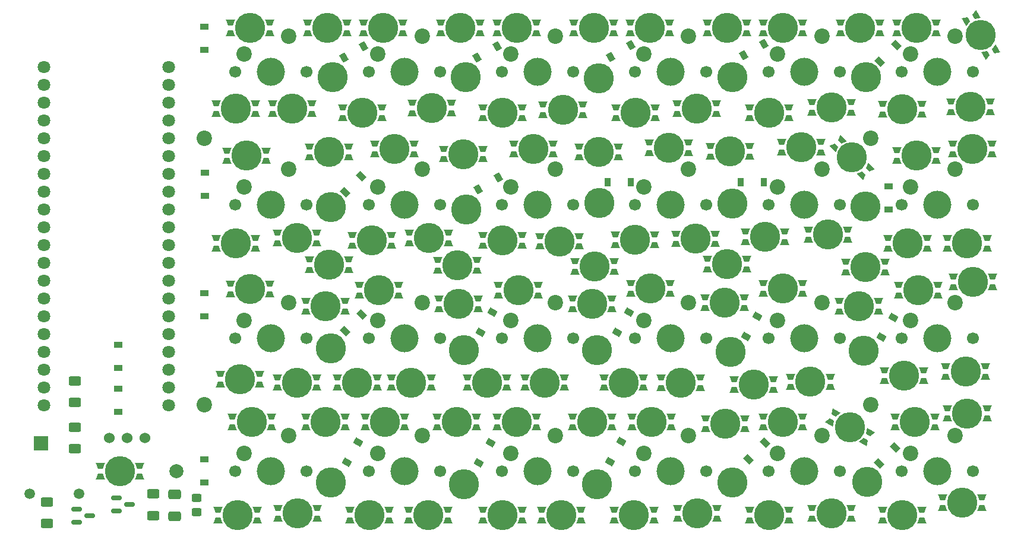
<source format=gbs>
G04 #@! TF.GenerationSoftware,KiCad,Pcbnew,(6.0.1)*
G04 #@! TF.CreationDate,2022-02-20T21:27:21+09:00*
G04 #@! TF.ProjectId,kidoairaku,6b69646f-6169-4726-916b-752e6b696361,rev?*
G04 #@! TF.SameCoordinates,Original*
G04 #@! TF.FileFunction,Soldermask,Bot*
G04 #@! TF.FilePolarity,Negative*
%FSLAX46Y46*%
G04 Gerber Fmt 4.6, Leading zero omitted, Abs format (unit mm)*
G04 Created by KiCad (PCBNEW (6.0.1)) date 2022-02-20 21:27:21*
%MOMM*%
%LPD*%
G01*
G04 APERTURE LIST*
G04 Aperture macros list*
%AMRoundRect*
0 Rectangle with rounded corners*
0 $1 Rounding radius*
0 $2 $3 $4 $5 $6 $7 $8 $9 X,Y pos of 4 corners*
0 Add a 4 corners polygon primitive as box body*
4,1,4,$2,$3,$4,$5,$6,$7,$8,$9,$2,$3,0*
0 Add four circle primitives for the rounded corners*
1,1,$1+$1,$2,$3*
1,1,$1+$1,$4,$5*
1,1,$1+$1,$6,$7*
1,1,$1+$1,$8,$9*
0 Add four rect primitives between the rounded corners*
20,1,$1+$1,$2,$3,$4,$5,0*
20,1,$1+$1,$4,$5,$6,$7,0*
20,1,$1+$1,$6,$7,$8,$9,0*
20,1,$1+$1,$8,$9,$2,$3,0*%
%AMRotRect*
0 Rectangle, with rotation*
0 The origin of the aperture is its center*
0 $1 length*
0 $2 width*
0 $3 Rotation angle, in degrees counterclockwise*
0 Add horizontal line*
21,1,$1,$2,0,0,$3*%
%AMOutline4P*
0 Free polygon, 4 corners , with rotation*
0 The origin of the aperture is its center*
0 number of corners: always 4*
0 $1 to $8 corner X, Y*
0 $9 Rotation angle, in degrees counterclockwise*
0 create outline with 4 corners*
4,1,4,$1,$2,$3,$4,$5,$6,$7,$8,$1,$2,$9*%
G04 Aperture macros list end*
%ADD10C,2.200000*%
%ADD11R,2.000000X2.000000*%
%ADD12C,2.000000*%
%ADD13C,1.700000*%
%ADD14C,4.000000*%
%ADD15C,4.300000*%
%ADD16Outline4P,-0.650000X-0.410000X0.650000X-0.410000X0.350000X0.410000X-0.350000X0.410000X0.000000*%
%ADD17Outline4P,-0.350000X-0.410000X0.350000X-0.410000X0.650000X0.410000X-0.650000X0.410000X180.000000*%
%ADD18Outline4P,-0.650000X-0.410000X0.650000X-0.410000X0.350000X0.410000X-0.350000X0.410000X180.000000*%
%ADD19Outline4P,-0.350000X-0.410000X0.350000X-0.410000X0.650000X0.410000X-0.650000X0.410000X0.000000*%
%ADD20Outline4P,-0.650000X-0.410000X0.650000X-0.410000X0.350000X0.410000X-0.350000X0.410000X315.000000*%
%ADD21Outline4P,-0.350000X-0.410000X0.350000X-0.410000X0.650000X0.410000X-0.650000X0.410000X135.000000*%
%ADD22Outline4P,-0.650000X-0.410000X0.650000X-0.410000X0.350000X0.410000X-0.350000X0.410000X135.000000*%
%ADD23Outline4P,-0.350000X-0.410000X0.350000X-0.410000X0.650000X0.410000X-0.650000X0.410000X315.000000*%
%ADD24Outline4P,-0.650000X-0.410000X0.650000X-0.410000X0.350000X0.410000X-0.350000X0.410000X330.000000*%
%ADD25Outline4P,-0.350000X-0.410000X0.350000X-0.410000X0.650000X0.410000X-0.650000X0.410000X150.000000*%
%ADD26Outline4P,-0.650000X-0.410000X0.650000X-0.410000X0.350000X0.410000X-0.350000X0.410000X150.000000*%
%ADD27Outline4P,-0.350000X-0.410000X0.350000X-0.410000X0.650000X0.410000X-0.650000X0.410000X330.000000*%
%ADD28C,1.800000*%
%ADD29C,1.500000*%
%ADD30C,1.524000*%
%ADD31Outline4P,-0.650000X-0.410000X0.650000X-0.410000X0.350000X0.410000X-0.350000X0.410000X300.000000*%
%ADD32Outline4P,-0.350000X-0.410000X0.350000X-0.410000X0.650000X0.410000X-0.650000X0.410000X120.000000*%
%ADD33Outline4P,-0.650000X-0.410000X0.650000X-0.410000X0.350000X0.410000X-0.350000X0.410000X120.000000*%
%ADD34Outline4P,-0.350000X-0.410000X0.350000X-0.410000X0.650000X0.410000X-0.650000X0.410000X300.000000*%
%ADD35RoundRect,0.249997X0.650003X-0.412503X0.650003X0.412503X-0.650003X0.412503X-0.650003X-0.412503X0*%
%ADD36R,1.200000X0.900000*%
%ADD37RotRect,0.900000X1.200000X30.000000*%
%ADD38RotRect,0.900000X1.200000X45.000000*%
%ADD39R,0.900000X1.200000*%
%ADD40RotRect,0.900000X1.200000X60.000000*%
%ADD41RoundRect,0.150000X-0.587500X-0.150000X0.587500X-0.150000X0.587500X0.150000X-0.587500X0.150000X0*%
%ADD42RoundRect,0.249999X0.625001X-0.400001X0.625001X0.400001X-0.625001X0.400001X-0.625001X-0.400001X0*%
%ADD43RoundRect,0.250000X-0.625000X0.400000X-0.625000X-0.400000X0.625000X-0.400000X0.625000X0.400000X0*%
%ADD44RoundRect,0.250000X-0.450000X0.325000X-0.450000X-0.325000X0.450000X-0.325000X0.450000X0.325000X0*%
G04 APERTURE END LIST*
D10*
G04 #@! TO.C,H3*
X85500000Y-137750000D03*
G04 #@! TD*
G04 #@! TO.C,H4*
X180500000Y-99750000D03*
G04 #@! TD*
G04 #@! TO.C,H6*
X180500000Y-137750000D03*
G04 #@! TD*
G04 #@! TO.C,H9*
X85500000Y-99750000D03*
G04 #@! TD*
D11*
G04 #@! TO.C,J51*
X62250000Y-143250000D03*
G04 #@! TD*
D12*
G04 #@! TO.C,J52*
X81534000Y-147250000D03*
G04 #@! TD*
D13*
G04 #@! TO.C,SW1*
X100080000Y-90250000D03*
D14*
X95000000Y-90250000D03*
D13*
X89920000Y-90250000D03*
D10*
X97540000Y-85170000D03*
X91190000Y-87710000D03*
G04 #@! TD*
D13*
G04 #@! TO.C,SW2*
X119080000Y-90250000D03*
X108920000Y-90250000D03*
D14*
X114000000Y-90250000D03*
D10*
X116540000Y-85170000D03*
X110190000Y-87710000D03*
G04 #@! TD*
D13*
G04 #@! TO.C,SW3*
X138080000Y-90250000D03*
X127920000Y-90250000D03*
D14*
X133000000Y-90250000D03*
D10*
X135540000Y-85170000D03*
X129190000Y-87710000D03*
G04 #@! TD*
D14*
G04 #@! TO.C,SW4*
X152000000Y-90250000D03*
D13*
X146920000Y-90250000D03*
X157080000Y-90250000D03*
D10*
X154540000Y-85170000D03*
X148190000Y-87710000D03*
G04 #@! TD*
D13*
G04 #@! TO.C,SW5*
X165920000Y-90250000D03*
X176080000Y-90250000D03*
D14*
X171000000Y-90250000D03*
D10*
X173540000Y-85170000D03*
X167190000Y-87710000D03*
G04 #@! TD*
D13*
G04 #@! TO.C,SW6*
X184920000Y-90250000D03*
X195080000Y-90250000D03*
D14*
X190000000Y-90250000D03*
D10*
X192540000Y-85170000D03*
X186190000Y-87710000D03*
G04 #@! TD*
D14*
G04 #@! TO.C,SW11*
X95000000Y-109250000D03*
D13*
X100080000Y-109250000D03*
X89920000Y-109250000D03*
D10*
X97540000Y-104170000D03*
X91190000Y-106710000D03*
G04 #@! TD*
D13*
G04 #@! TO.C,SW12*
X108920000Y-109250000D03*
X119080000Y-109250000D03*
D14*
X114000000Y-109250000D03*
D10*
X116540000Y-104170000D03*
X110190000Y-106710000D03*
G04 #@! TD*
D13*
G04 #@! TO.C,SW13*
X138080000Y-109250000D03*
X127920000Y-109250000D03*
D14*
X133000000Y-109250000D03*
D10*
X135540000Y-104170000D03*
X129190000Y-106710000D03*
G04 #@! TD*
D13*
G04 #@! TO.C,SW14*
X146920000Y-109250000D03*
X157080000Y-109250000D03*
D14*
X152000000Y-109250000D03*
D10*
X154540000Y-104170000D03*
X148190000Y-106710000D03*
G04 #@! TD*
D14*
G04 #@! TO.C,SW15*
X171000000Y-109250000D03*
D13*
X165920000Y-109250000D03*
X176080000Y-109250000D03*
D10*
X173540000Y-104170000D03*
X167190000Y-106710000D03*
G04 #@! TD*
D13*
G04 #@! TO.C,SW16*
X195080000Y-109250000D03*
D14*
X190000000Y-109250000D03*
D13*
X184920000Y-109250000D03*
D10*
X192540000Y-104170000D03*
X186190000Y-106710000D03*
G04 #@! TD*
D13*
G04 #@! TO.C,SW21*
X100080000Y-128250000D03*
D14*
X95000000Y-128250000D03*
D13*
X89920000Y-128250000D03*
D10*
X97540000Y-123170000D03*
X91190000Y-125710000D03*
G04 #@! TD*
D13*
G04 #@! TO.C,SW22*
X119080000Y-128250000D03*
X108920000Y-128250000D03*
D14*
X114000000Y-128250000D03*
D10*
X116540000Y-123170000D03*
X110190000Y-125710000D03*
G04 #@! TD*
D13*
G04 #@! TO.C,SW23*
X127920000Y-128250000D03*
X138080000Y-128250000D03*
D14*
X133000000Y-128250000D03*
D10*
X135540000Y-123170000D03*
X129190000Y-125710000D03*
G04 #@! TD*
D13*
G04 #@! TO.C,SW24*
X146920000Y-128250000D03*
X157080000Y-128250000D03*
D14*
X152000000Y-128250000D03*
D10*
X154540000Y-123170000D03*
X148190000Y-125710000D03*
G04 #@! TD*
D14*
G04 #@! TO.C,SW25*
X171000000Y-128250000D03*
D13*
X176080000Y-128250000D03*
X165920000Y-128250000D03*
D10*
X173540000Y-123170000D03*
X167190000Y-125710000D03*
G04 #@! TD*
D14*
G04 #@! TO.C,SW26*
X190000000Y-128250000D03*
D13*
X195080000Y-128250000D03*
X184920000Y-128250000D03*
D10*
X192540000Y-123170000D03*
X186190000Y-125710000D03*
G04 #@! TD*
D13*
G04 #@! TO.C,SW31*
X100080000Y-147250000D03*
D14*
X95000000Y-147250000D03*
D13*
X89920000Y-147250000D03*
D10*
X97540000Y-142170000D03*
X91190000Y-144710000D03*
G04 #@! TD*
D13*
G04 #@! TO.C,SW32*
X108920000Y-147250000D03*
X119080000Y-147250000D03*
D14*
X114000000Y-147250000D03*
D10*
X116540000Y-142170000D03*
X110190000Y-144710000D03*
G04 #@! TD*
D13*
G04 #@! TO.C,SW33*
X127920000Y-147250000D03*
X138080000Y-147250000D03*
D14*
X133000000Y-147250000D03*
D10*
X135540000Y-142170000D03*
X129190000Y-144710000D03*
G04 #@! TD*
D13*
G04 #@! TO.C,SW34*
X146920000Y-147250000D03*
X157080000Y-147250000D03*
D14*
X152000000Y-147250000D03*
D10*
X154540000Y-142170000D03*
X148190000Y-144710000D03*
G04 #@! TD*
D14*
G04 #@! TO.C,SW35*
X171000000Y-147250000D03*
D13*
X165920000Y-147250000D03*
X176080000Y-147250000D03*
D10*
X173540000Y-142170000D03*
X167190000Y-144710000D03*
G04 #@! TD*
D13*
G04 #@! TO.C,SW36*
X184920000Y-147250000D03*
X195080000Y-147250000D03*
D14*
X190000000Y-147250000D03*
D10*
X192540000Y-142170000D03*
X186190000Y-144710000D03*
G04 #@! TD*
D15*
G04 #@! TO.C,D101*
X187000000Y-84000000D03*
D16*
X184200000Y-84750000D03*
D17*
X189800000Y-84750000D03*
D18*
X189800000Y-83250000D03*
D19*
X184200000Y-83250000D03*
G04 #@! TD*
D15*
G04 #@! TO.C,D102*
X179000000Y-84000000D03*
D16*
X176200000Y-84750000D03*
D17*
X181800000Y-84750000D03*
D18*
X181800000Y-83250000D03*
D19*
X176200000Y-83250000D03*
G04 #@! TD*
D15*
G04 #@! TO.C,D103*
X168000000Y-84000000D03*
D16*
X165200000Y-84750000D03*
D17*
X170800000Y-84750000D03*
D18*
X170800000Y-83250000D03*
D19*
X165200000Y-83250000D03*
G04 #@! TD*
D15*
G04 #@! TO.C,D104*
X160000000Y-84000000D03*
D16*
X157200000Y-84750000D03*
D17*
X162800000Y-84750000D03*
D18*
X162800000Y-83250000D03*
D19*
X157200000Y-83250000D03*
G04 #@! TD*
D15*
G04 #@! TO.C,D105*
X149000000Y-84000000D03*
D16*
X146200000Y-84750000D03*
D17*
X151800000Y-84750000D03*
D18*
X151800000Y-83250000D03*
D19*
X146200000Y-83250000D03*
G04 #@! TD*
D15*
G04 #@! TO.C,D106*
X141000000Y-84000000D03*
D16*
X138200000Y-84750000D03*
D17*
X143800000Y-84750000D03*
D18*
X143800000Y-83250000D03*
D19*
X138200000Y-83250000D03*
G04 #@! TD*
D15*
G04 #@! TO.C,D107*
X130000000Y-84000000D03*
D16*
X127200000Y-84750000D03*
D17*
X132800000Y-84750000D03*
D18*
X132800000Y-83250000D03*
D19*
X127200000Y-83250000D03*
G04 #@! TD*
D15*
G04 #@! TO.C,D108*
X122000000Y-84000000D03*
D16*
X119200000Y-84750000D03*
D17*
X124800000Y-84750000D03*
D18*
X124800000Y-83250000D03*
D19*
X119200000Y-83250000D03*
G04 #@! TD*
D15*
G04 #@! TO.C,D109*
X111000000Y-84000000D03*
D16*
X108200000Y-84750000D03*
D17*
X113800000Y-84750000D03*
D18*
X113800000Y-83250000D03*
D19*
X108200000Y-83250000D03*
G04 #@! TD*
D15*
G04 #@! TO.C,D110*
X103000000Y-84000000D03*
D16*
X100200000Y-84750000D03*
D17*
X105800000Y-84750000D03*
D18*
X105800000Y-83250000D03*
D19*
X100200000Y-83250000D03*
G04 #@! TD*
D15*
G04 #@! TO.C,D111*
X92000000Y-84000000D03*
D16*
X89200000Y-84750000D03*
D17*
X94800000Y-84750000D03*
D18*
X94800000Y-83250000D03*
D19*
X89200000Y-83250000D03*
G04 #@! TD*
D15*
G04 #@! TO.C,D112*
X194700000Y-95250000D03*
D16*
X191900000Y-96000000D03*
D17*
X197500000Y-96000000D03*
D18*
X197500000Y-94500000D03*
D19*
X191900000Y-94500000D03*
G04 #@! TD*
D15*
G04 #@! TO.C,D113*
X185000000Y-95600000D03*
D16*
X182200000Y-96350000D03*
D17*
X187800000Y-96350000D03*
D18*
X187800000Y-94850000D03*
D19*
X182200000Y-94850000D03*
G04 #@! TD*
D15*
G04 #@! TO.C,D114*
X174900000Y-95350000D03*
D16*
X172100000Y-96100000D03*
D17*
X177700000Y-96100000D03*
D18*
X177700000Y-94600000D03*
D19*
X172100000Y-94600000D03*
G04 #@! TD*
D15*
G04 #@! TO.C,D115*
X166000000Y-96100000D03*
D16*
X163200000Y-96850000D03*
D17*
X168800000Y-96850000D03*
D18*
X168800000Y-95350000D03*
D19*
X163200000Y-95350000D03*
G04 #@! TD*
D15*
G04 #@! TO.C,D116*
X155700000Y-95500000D03*
D16*
X152900000Y-96250000D03*
D17*
X158500000Y-96250000D03*
D18*
X158500000Y-94750000D03*
D19*
X152900000Y-94750000D03*
G04 #@! TD*
D15*
G04 #@! TO.C,D117*
X147000000Y-96100000D03*
D16*
X144200000Y-96850000D03*
D17*
X149800000Y-96850000D03*
D18*
X149800000Y-95350000D03*
D19*
X144200000Y-95350000D03*
G04 #@! TD*
D15*
G04 #@! TO.C,D118*
X136600000Y-95700000D03*
D16*
X133800000Y-96450000D03*
D17*
X139400000Y-96450000D03*
D18*
X139400000Y-94950000D03*
D19*
X133800000Y-94950000D03*
G04 #@! TD*
D15*
G04 #@! TO.C,D119*
X128000000Y-96100000D03*
D16*
X125200000Y-96850000D03*
D17*
X130800000Y-96850000D03*
D18*
X130800000Y-95350000D03*
D19*
X125200000Y-95350000D03*
G04 #@! TD*
D15*
G04 #@! TO.C,D120*
X117900000Y-95450000D03*
D16*
X115100000Y-96200000D03*
D17*
X120700000Y-96200000D03*
D18*
X120700000Y-94700000D03*
D19*
X115100000Y-94700000D03*
G04 #@! TD*
D15*
G04 #@! TO.C,D121*
X108000000Y-96100000D03*
D16*
X105200000Y-96850000D03*
D17*
X110800000Y-96850000D03*
D18*
X110800000Y-95350000D03*
D19*
X105200000Y-95350000D03*
G04 #@! TD*
D15*
G04 #@! TO.C,D122*
X98000000Y-95500000D03*
D16*
X95200000Y-96250000D03*
D17*
X100800000Y-96250000D03*
D18*
X100800000Y-94750000D03*
D19*
X95200000Y-94750000D03*
G04 #@! TD*
D15*
G04 #@! TO.C,D123*
X90000000Y-95500000D03*
D16*
X87200000Y-96250000D03*
D17*
X92800000Y-96250000D03*
D18*
X92800000Y-94750000D03*
D19*
X87200000Y-94750000D03*
G04 #@! TD*
D15*
G04 #@! TO.C,D124*
X187000000Y-102200000D03*
D16*
X184200000Y-102950000D03*
D17*
X189800000Y-102950000D03*
D18*
X189800000Y-101450000D03*
D19*
X184200000Y-101450000D03*
G04 #@! TD*
D15*
G04 #@! TO.C,D125*
X177800000Y-102500000D03*
D20*
X175289771Y-101050431D03*
D21*
X179249569Y-105010229D03*
D22*
X180310229Y-103949569D03*
D23*
X176350431Y-99989771D03*
G04 #@! TD*
D15*
G04 #@! TO.C,D126*
X170600000Y-101000000D03*
D16*
X167800000Y-101750000D03*
D17*
X173400000Y-101750000D03*
D18*
X173400000Y-100250000D03*
D19*
X167800000Y-100250000D03*
G04 #@! TD*
D15*
G04 #@! TO.C,D127*
X160400000Y-101600000D03*
D16*
X157600000Y-102350000D03*
D17*
X163200000Y-102350000D03*
D18*
X163200000Y-100850000D03*
D19*
X157600000Y-100850000D03*
G04 #@! TD*
D15*
G04 #@! TO.C,D128*
X151700000Y-101100000D03*
D16*
X148900000Y-101850000D03*
D17*
X154500000Y-101850000D03*
D18*
X154500000Y-100350000D03*
D19*
X148900000Y-100350000D03*
G04 #@! TD*
D15*
G04 #@! TO.C,D129*
X141700000Y-101700000D03*
D16*
X138900000Y-102450000D03*
D17*
X144500000Y-102450000D03*
D18*
X144500000Y-100950000D03*
D19*
X138900000Y-100950000D03*
G04 #@! TD*
D15*
G04 #@! TO.C,D130*
X132400000Y-101300000D03*
D16*
X129600000Y-102050000D03*
D17*
X135200000Y-102050000D03*
D18*
X135200000Y-100550000D03*
D19*
X129600000Y-100550000D03*
G04 #@! TD*
D15*
G04 #@! TO.C,D131*
X122400000Y-102000000D03*
D16*
X119600000Y-102750000D03*
D17*
X125200000Y-102750000D03*
D18*
X125200000Y-101250000D03*
D19*
X119600000Y-101250000D03*
G04 #@! TD*
D15*
G04 #@! TO.C,D132*
X112600000Y-101250000D03*
D16*
X109800000Y-102000000D03*
D17*
X115400000Y-102000000D03*
D18*
X115400000Y-100500000D03*
D19*
X109800000Y-100500000D03*
G04 #@! TD*
D15*
G04 #@! TO.C,D133*
X103300000Y-101700000D03*
D16*
X100500000Y-102450000D03*
D17*
X106100000Y-102450000D03*
D18*
X106100000Y-100950000D03*
D19*
X100500000Y-100950000D03*
G04 #@! TD*
D15*
G04 #@! TO.C,D134*
X91500000Y-102250000D03*
D16*
X88700000Y-103000000D03*
D17*
X94300000Y-103000000D03*
D18*
X94300000Y-101500000D03*
D19*
X88700000Y-101500000D03*
G04 #@! TD*
D15*
G04 #@! TO.C,D135*
X194250000Y-114750000D03*
D16*
X191450000Y-115500000D03*
D17*
X197050000Y-115500000D03*
D18*
X197050000Y-114000000D03*
D19*
X191450000Y-114000000D03*
G04 #@! TD*
D15*
G04 #@! TO.C,D136*
X185750000Y-114750000D03*
D16*
X182950000Y-115500000D03*
D17*
X188550000Y-115500000D03*
D18*
X188550000Y-114000000D03*
D19*
X182950000Y-114000000D03*
G04 #@! TD*
D15*
G04 #@! TO.C,D137*
X174400000Y-113500000D03*
D16*
X171600000Y-114250000D03*
D17*
X177200000Y-114250000D03*
D18*
X177200000Y-112750000D03*
D19*
X171600000Y-112750000D03*
G04 #@! TD*
D15*
G04 #@! TO.C,D138*
X165400000Y-113800000D03*
D16*
X162600000Y-114550000D03*
D17*
X168200000Y-114550000D03*
D18*
X168200000Y-113050000D03*
D19*
X162600000Y-113050000D03*
G04 #@! TD*
D15*
G04 #@! TO.C,D139*
X155500000Y-114100000D03*
D16*
X152700000Y-114850000D03*
D17*
X158300000Y-114850000D03*
D18*
X158300000Y-113350000D03*
D19*
X152700000Y-113350000D03*
G04 #@! TD*
D15*
G04 #@! TO.C,D140*
X146900000Y-114250000D03*
D16*
X144100000Y-115000000D03*
D17*
X149700000Y-115000000D03*
D18*
X149700000Y-113500000D03*
D19*
X144100000Y-113500000D03*
G04 #@! TD*
D15*
G04 #@! TO.C,D141*
X136100000Y-114450000D03*
D16*
X133300000Y-115200000D03*
D17*
X138900000Y-115200000D03*
D18*
X138900000Y-113700000D03*
D19*
X133300000Y-113700000D03*
G04 #@! TD*
D15*
G04 #@! TO.C,D142*
X128000000Y-114300000D03*
D16*
X125200000Y-115050000D03*
D17*
X130800000Y-115050000D03*
D18*
X130800000Y-113550000D03*
D19*
X125200000Y-113550000D03*
G04 #@! TD*
D15*
G04 #@! TO.C,D143*
X117500000Y-114000000D03*
D16*
X114700000Y-114750000D03*
D17*
X120300000Y-114750000D03*
D18*
X120300000Y-113250000D03*
D19*
X114700000Y-113250000D03*
G04 #@! TD*
D15*
G04 #@! TO.C,D144*
X109400000Y-114300000D03*
D16*
X106600000Y-115050000D03*
D17*
X112200000Y-115050000D03*
D18*
X112200000Y-113550000D03*
D19*
X106600000Y-113550000D03*
G04 #@! TD*
D15*
G04 #@! TO.C,D145*
X98700000Y-113950000D03*
D16*
X95900000Y-114700000D03*
D17*
X101500000Y-114700000D03*
D18*
X101500000Y-113200000D03*
D19*
X95900000Y-113200000D03*
G04 #@! TD*
D15*
G04 #@! TO.C,D146*
X90000000Y-114750000D03*
D16*
X87200000Y-115500000D03*
D17*
X92800000Y-115500000D03*
D18*
X92800000Y-114000000D03*
D19*
X87200000Y-114000000D03*
G04 #@! TD*
D15*
G04 #@! TO.C,D147*
X195050000Y-120250000D03*
D16*
X192250000Y-121000000D03*
D17*
X197850000Y-121000000D03*
D18*
X197850000Y-119500000D03*
D19*
X192250000Y-119500000D03*
G04 #@! TD*
D15*
G04 #@! TO.C,D148*
X178800000Y-123700000D03*
D16*
X176000000Y-124450000D03*
D17*
X181600000Y-124450000D03*
D18*
X181600000Y-122950000D03*
D19*
X176000000Y-122950000D03*
G04 #@! TD*
D15*
G04 #@! TO.C,D149*
X168000000Y-121200000D03*
D16*
X165200000Y-121950000D03*
D17*
X170800000Y-121950000D03*
D18*
X170800000Y-120450000D03*
D19*
X165200000Y-120450000D03*
G04 #@! TD*
D15*
G04 #@! TO.C,D150*
X159700000Y-123200000D03*
D16*
X156900000Y-123950000D03*
D17*
X162500000Y-123950000D03*
D18*
X162500000Y-122450000D03*
D19*
X156900000Y-122450000D03*
G04 #@! TD*
D15*
G04 #@! TO.C,D151*
X149100000Y-121200000D03*
D16*
X146300000Y-121950000D03*
D17*
X151900000Y-121950000D03*
D18*
X151900000Y-120450000D03*
D19*
X146300000Y-120450000D03*
G04 #@! TD*
D15*
G04 #@! TO.C,D152*
X140800000Y-123400000D03*
D16*
X138000000Y-124150000D03*
D17*
X143600000Y-124150000D03*
D18*
X143600000Y-122650000D03*
D19*
X138000000Y-122650000D03*
G04 #@! TD*
D15*
G04 #@! TO.C,D153*
X130250000Y-121400000D03*
D16*
X127450000Y-122150000D03*
D17*
X133050000Y-122150000D03*
D18*
X133050000Y-120650000D03*
D19*
X127450000Y-120650000D03*
G04 #@! TD*
D15*
G04 #@! TO.C,D154*
X121700000Y-123400000D03*
D16*
X118900000Y-124150000D03*
D17*
X124500000Y-124150000D03*
D18*
X124500000Y-122650000D03*
D19*
X118900000Y-122650000D03*
G04 #@! TD*
D15*
G04 #@! TO.C,D155*
X110400000Y-121400000D03*
D16*
X107600000Y-122150000D03*
D17*
X113200000Y-122150000D03*
D18*
X113200000Y-120650000D03*
D19*
X107600000Y-120650000D03*
G04 #@! TD*
D15*
G04 #@! TO.C,D156*
X102800000Y-123700000D03*
D16*
X100000000Y-124450000D03*
D17*
X105600000Y-124450000D03*
D18*
X105600000Y-122950000D03*
D19*
X100000000Y-122950000D03*
G04 #@! TD*
D15*
G04 #@! TO.C,D157*
X92000000Y-121250000D03*
D16*
X89200000Y-122000000D03*
D17*
X94800000Y-122000000D03*
D18*
X94800000Y-120500000D03*
D19*
X89200000Y-120500000D03*
G04 #@! TD*
D15*
G04 #@! TO.C,D158*
X194000000Y-133000000D03*
D16*
X191200000Y-133750000D03*
D17*
X196800000Y-133750000D03*
D18*
X196800000Y-132250000D03*
D19*
X191200000Y-132250000D03*
G04 #@! TD*
D15*
G04 #@! TO.C,D159*
X185200000Y-133600000D03*
D16*
X182400000Y-134350000D03*
D17*
X188000000Y-134350000D03*
D18*
X188000000Y-132850000D03*
D19*
X182400000Y-132850000D03*
G04 #@! TD*
D15*
G04 #@! TO.C,D160*
X171900000Y-134500000D03*
D16*
X169100000Y-135250000D03*
D17*
X174700000Y-135250000D03*
D18*
X174700000Y-133750000D03*
D19*
X169100000Y-133750000D03*
G04 #@! TD*
D15*
G04 #@! TO.C,D161*
X163800000Y-134900000D03*
D16*
X161000000Y-135650000D03*
D17*
X166600000Y-135650000D03*
D18*
X166600000Y-134150000D03*
D19*
X161000000Y-134150000D03*
G04 #@! TD*
D15*
G04 #@! TO.C,D162*
X153400000Y-134650000D03*
D16*
X150600000Y-135400000D03*
D17*
X156200000Y-135400000D03*
D18*
X156200000Y-133900000D03*
D19*
X150600000Y-133900000D03*
G04 #@! TD*
D15*
G04 #@! TO.C,D163*
X145300000Y-134600000D03*
D16*
X142500000Y-135350000D03*
D17*
X148100000Y-135350000D03*
D18*
X148100000Y-133850000D03*
D19*
X142500000Y-133850000D03*
G04 #@! TD*
D15*
G04 #@! TO.C,D164*
X134000000Y-134600000D03*
D16*
X131200000Y-135350000D03*
D17*
X136800000Y-135350000D03*
D18*
X136800000Y-133850000D03*
D19*
X131200000Y-133850000D03*
G04 #@! TD*
D15*
G04 #@! TO.C,D165*
X125800000Y-134600000D03*
D16*
X123000000Y-135350000D03*
D17*
X128600000Y-135350000D03*
D18*
X128600000Y-133850000D03*
D19*
X123000000Y-133850000D03*
G04 #@! TD*
D15*
G04 #@! TO.C,D166*
X115000000Y-134600000D03*
D16*
X112200000Y-135350000D03*
D17*
X117800000Y-135350000D03*
D18*
X117800000Y-133850000D03*
D19*
X112200000Y-133850000D03*
G04 #@! TD*
D15*
G04 #@! TO.C,D167*
X107300000Y-134600000D03*
D16*
X104500000Y-135350000D03*
D17*
X110100000Y-135350000D03*
D18*
X110100000Y-133850000D03*
D19*
X104500000Y-133850000D03*
G04 #@! TD*
D15*
G04 #@! TO.C,D168*
X98700000Y-134600000D03*
D16*
X95900000Y-135350000D03*
D17*
X101500000Y-135350000D03*
D18*
X101500000Y-133850000D03*
D19*
X95900000Y-133850000D03*
G04 #@! TD*
D15*
G04 #@! TO.C,D169*
X90600000Y-134100000D03*
D16*
X87800000Y-134850000D03*
D17*
X93400000Y-134850000D03*
D18*
X93400000Y-133350000D03*
D19*
X87800000Y-133350000D03*
G04 #@! TD*
D15*
G04 #@! TO.C,D170*
X194250000Y-139000000D03*
D16*
X191450000Y-139750000D03*
D17*
X197050000Y-139750000D03*
D18*
X197050000Y-138250000D03*
D19*
X191450000Y-138250000D03*
G04 #@! TD*
D15*
G04 #@! TO.C,D171*
X177500000Y-141000000D03*
D24*
X174700129Y-140249519D03*
D25*
X179549871Y-143049519D03*
D26*
X180299871Y-141750481D03*
D27*
X175450129Y-138950481D03*
G04 #@! TD*
D15*
G04 #@! TO.C,D172*
X168000000Y-140250000D03*
D16*
X165200000Y-141000000D03*
D17*
X170800000Y-141000000D03*
D18*
X170800000Y-139500000D03*
D19*
X165200000Y-139500000D03*
G04 #@! TD*
D15*
G04 #@! TO.C,D173*
X159750000Y-140500000D03*
D16*
X156950000Y-141250000D03*
D17*
X162550000Y-141250000D03*
D18*
X162550000Y-139750000D03*
D19*
X156950000Y-139750000D03*
G04 #@! TD*
D15*
G04 #@! TO.C,D174*
X149250000Y-140250000D03*
D16*
X146450000Y-141000000D03*
D17*
X152050000Y-141000000D03*
D18*
X152050000Y-139500000D03*
D19*
X146450000Y-139500000D03*
G04 #@! TD*
D15*
G04 #@! TO.C,D175*
X140750000Y-140250000D03*
D16*
X137950000Y-141000000D03*
D17*
X143550000Y-141000000D03*
D18*
X143550000Y-139500000D03*
D19*
X137950000Y-139500000D03*
G04 #@! TD*
D15*
G04 #@! TO.C,D176*
X130000000Y-140250000D03*
D16*
X127200000Y-141000000D03*
D17*
X132800000Y-141000000D03*
D18*
X132800000Y-139500000D03*
D19*
X127200000Y-139500000D03*
G04 #@! TD*
D15*
G04 #@! TO.C,D177*
X121500000Y-140250000D03*
D16*
X118700000Y-141000000D03*
D17*
X124300000Y-141000000D03*
D18*
X124300000Y-139500000D03*
D19*
X118700000Y-139500000D03*
G04 #@! TD*
D15*
G04 #@! TO.C,D178*
X111250000Y-140250000D03*
D16*
X108450000Y-141000000D03*
D17*
X114050000Y-141000000D03*
D18*
X114050000Y-139500000D03*
D19*
X108450000Y-139500000D03*
G04 #@! TD*
D15*
G04 #@! TO.C,D179*
X102750000Y-140250000D03*
D16*
X99950000Y-141000000D03*
D17*
X105550000Y-141000000D03*
D18*
X105550000Y-139500000D03*
D19*
X99950000Y-139500000D03*
G04 #@! TD*
D15*
G04 #@! TO.C,D180*
X92250000Y-140250000D03*
D16*
X89450000Y-141000000D03*
D17*
X95050000Y-141000000D03*
D18*
X95050000Y-139500000D03*
D19*
X89450000Y-139500000D03*
G04 #@! TD*
D15*
G04 #@! TO.C,D181*
X193500000Y-151750000D03*
D16*
X190700000Y-152500000D03*
D17*
X196300000Y-152500000D03*
D18*
X196300000Y-151000000D03*
D19*
X190700000Y-151000000D03*
G04 #@! TD*
D15*
G04 #@! TO.C,D182*
X185000000Y-153500000D03*
D16*
X182200000Y-154250000D03*
D17*
X187800000Y-154250000D03*
D18*
X187800000Y-152750000D03*
D19*
X182200000Y-152750000D03*
G04 #@! TD*
D15*
G04 #@! TO.C,D183*
X174900000Y-153250000D03*
D16*
X172100000Y-154000000D03*
D17*
X177700000Y-154000000D03*
D18*
X177700000Y-152500000D03*
D19*
X172100000Y-152500000D03*
G04 #@! TD*
D15*
G04 #@! TO.C,D184*
X166000000Y-153500000D03*
D16*
X163200000Y-154250000D03*
D17*
X168800000Y-154250000D03*
D18*
X168800000Y-152750000D03*
D19*
X163200000Y-152750000D03*
G04 #@! TD*
D15*
G04 #@! TO.C,D185*
X155800000Y-153250000D03*
D16*
X153000000Y-154000000D03*
D17*
X158600000Y-154000000D03*
D18*
X158600000Y-152500000D03*
D19*
X153000000Y-152500000D03*
G04 #@! TD*
D15*
G04 #@! TO.C,D186*
X146750000Y-153500000D03*
D16*
X143950000Y-154250000D03*
D17*
X149550000Y-154250000D03*
D18*
X149550000Y-152750000D03*
D19*
X143950000Y-152750000D03*
G04 #@! TD*
D15*
G04 #@! TO.C,D187*
X136400000Y-153500000D03*
D16*
X133600000Y-154250000D03*
D17*
X139200000Y-154250000D03*
D18*
X139200000Y-152750000D03*
D19*
X133600000Y-152750000D03*
G04 #@! TD*
D15*
G04 #@! TO.C,D188*
X128000000Y-153500000D03*
D16*
X125200000Y-154250000D03*
D17*
X130800000Y-154250000D03*
D18*
X130800000Y-152750000D03*
D19*
X125200000Y-152750000D03*
G04 #@! TD*
D15*
G04 #@! TO.C,D189*
X117400000Y-153500000D03*
D16*
X114600000Y-154250000D03*
D17*
X120200000Y-154250000D03*
D18*
X120200000Y-152750000D03*
D19*
X114600000Y-152750000D03*
G04 #@! TD*
D15*
G04 #@! TO.C,D190*
X109000000Y-153500000D03*
D16*
X106200000Y-154250000D03*
D17*
X111800000Y-154250000D03*
D18*
X111800000Y-152750000D03*
D19*
X106200000Y-152750000D03*
G04 #@! TD*
D15*
G04 #@! TO.C,D191*
X98800000Y-153250000D03*
D16*
X96000000Y-154000000D03*
D17*
X101600000Y-154000000D03*
D18*
X101600000Y-152500000D03*
D19*
X96000000Y-152500000D03*
G04 #@! TD*
D15*
G04 #@! TO.C,D192*
X90250000Y-153500000D03*
D16*
X87450000Y-154250000D03*
D17*
X93050000Y-154250000D03*
D18*
X93050000Y-152750000D03*
D19*
X87450000Y-152750000D03*
G04 #@! TD*
D15*
G04 #@! TO.C,D193*
X103500000Y-148900000D03*
G04 #@! TD*
G04 #@! TO.C,D194*
X103500000Y-129700000D03*
G04 #@! TD*
G04 #@! TO.C,D195*
X103500000Y-109600000D03*
G04 #@! TD*
G04 #@! TO.C,D196*
X103750000Y-91000000D03*
G04 #@! TD*
G04 #@! TO.C,D197*
X122500000Y-149100000D03*
G04 #@! TD*
G04 #@! TO.C,D198*
X122500000Y-130000000D03*
G04 #@! TD*
G04 #@! TO.C,D199*
X122800000Y-109900000D03*
G04 #@! TD*
G04 #@! TO.C,D200*
X122750000Y-91000000D03*
G04 #@! TD*
G04 #@! TO.C,D201*
X141500000Y-149100000D03*
G04 #@! TD*
G04 #@! TO.C,D202*
X141500000Y-130000000D03*
G04 #@! TD*
G04 #@! TO.C,D203*
X141800000Y-109000000D03*
G04 #@! TD*
G04 #@! TO.C,D204*
X141750000Y-91200000D03*
G04 #@! TD*
G04 #@! TO.C,D205*
X160750000Y-148900000D03*
G04 #@! TD*
G04 #@! TO.C,D206*
X160500000Y-130200000D03*
G04 #@! TD*
G04 #@! TO.C,D207*
X160800000Y-109100000D03*
G04 #@! TD*
G04 #@! TO.C,D208*
X160750000Y-91000000D03*
G04 #@! TD*
G04 #@! TO.C,D209*
X180000000Y-148800000D03*
G04 #@! TD*
G04 #@! TO.C,D210*
X179500000Y-130100000D03*
G04 #@! TD*
G04 #@! TO.C,D211*
X179750000Y-109500000D03*
G04 #@! TD*
G04 #@! TO.C,D212*
X179800000Y-91000000D03*
G04 #@! TD*
G04 #@! TO.C,D99*
X73500000Y-147250000D03*
D16*
X70700000Y-148000000D03*
D17*
X76300000Y-148000000D03*
D18*
X76300000Y-146500000D03*
D19*
X70700000Y-146500000D03*
G04 #@! TD*
D28*
G04 #@! TO.C,U1*
X62610000Y-89620000D03*
X62610000Y-92160000D03*
X62610000Y-94700000D03*
X62610000Y-97240000D03*
X62610000Y-99780000D03*
X62610000Y-102320000D03*
X62610000Y-104860000D03*
X62610000Y-107400000D03*
X62610000Y-109940000D03*
X62610000Y-112480000D03*
X62610000Y-115020000D03*
X62610000Y-117560000D03*
X62610000Y-120100000D03*
X62610000Y-122640000D03*
X62610000Y-125180000D03*
X62610000Y-127720000D03*
X62610000Y-130260000D03*
X62610000Y-132800000D03*
X62610000Y-135340000D03*
X62610000Y-137880000D03*
X80390000Y-137880000D03*
X80390000Y-135340000D03*
X80390000Y-132800000D03*
X80390000Y-130260000D03*
X80390000Y-127720000D03*
X80390000Y-125180000D03*
X80390000Y-122640000D03*
X80390000Y-120100000D03*
X80390000Y-117560000D03*
X80390000Y-115020000D03*
X80390000Y-112480000D03*
X80390000Y-109940000D03*
X80390000Y-107400000D03*
X80390000Y-104860000D03*
X80390000Y-102320000D03*
X80390000Y-99780000D03*
X80390000Y-97240000D03*
X80390000Y-94700000D03*
X80390000Y-92160000D03*
X80390000Y-89620000D03*
G04 #@! TD*
D15*
G04 #@! TO.C,D213*
X195000000Y-101250000D03*
D16*
X192200000Y-102000000D03*
D17*
X197800000Y-102000000D03*
D18*
X197800000Y-100500000D03*
D19*
X192200000Y-100500000D03*
G04 #@! TD*
D15*
G04 #@! TO.C,D214*
X187300000Y-121400000D03*
D16*
X184500000Y-122150000D03*
D17*
X190100000Y-122150000D03*
D18*
X190100000Y-120650000D03*
D19*
X184500000Y-120650000D03*
G04 #@! TD*
D15*
G04 #@! TO.C,D215*
X186800000Y-140250000D03*
D16*
X184000000Y-141000000D03*
D17*
X189600000Y-141000000D03*
D18*
X189600000Y-139500000D03*
D19*
X184000000Y-139500000D03*
G04 #@! TD*
D29*
G04 #@! TO.C,J1*
X60600000Y-150500000D03*
X67600000Y-150500000D03*
G04 #@! TD*
D30*
G04 #@! TO.C,SW51*
X71960000Y-142500000D03*
X74500000Y-142500000D03*
X77040000Y-142500000D03*
G04 #@! TD*
D15*
G04 #@! TO.C,D216*
X103300000Y-117800000D03*
D18*
X106100000Y-117050000D03*
D19*
X100500000Y-117050000D03*
D16*
X100500000Y-118550000D03*
D17*
X106100000Y-118550000D03*
G04 #@! TD*
D15*
G04 #@! TO.C,D217*
X121600000Y-117900000D03*
D18*
X124400000Y-117150000D03*
D19*
X118800000Y-117150000D03*
D16*
X118800000Y-118650000D03*
D17*
X124400000Y-118650000D03*
G04 #@! TD*
D15*
G04 #@! TO.C,D218*
X141100000Y-118050000D03*
D18*
X143900000Y-117300000D03*
D19*
X138300000Y-117300000D03*
D16*
X138300000Y-118800000D03*
D17*
X143900000Y-118800000D03*
G04 #@! TD*
D15*
G04 #@! TO.C,D219*
X160000000Y-117700000D03*
D18*
X162800000Y-116950000D03*
D19*
X157200000Y-116950000D03*
D16*
X157200000Y-118450000D03*
D17*
X162800000Y-118450000D03*
G04 #@! TD*
D15*
G04 #@! TO.C,D220*
X179700000Y-118100000D03*
D18*
X182500000Y-117350000D03*
D19*
X176900000Y-117350000D03*
D16*
X176900000Y-118850000D03*
D17*
X182500000Y-118850000D03*
G04 #@! TD*
D15*
G04 #@! TO.C,D221*
X196200000Y-85050000D03*
D31*
X194150481Y-83000129D03*
D32*
X196950481Y-87849871D03*
D33*
X198249519Y-87099871D03*
D34*
X195449519Y-82250129D03*
G04 #@! TD*
D35*
G04 #@! TO.C,C51*
X81300000Y-153675000D03*
X81300000Y-150550000D03*
G04 #@! TD*
D36*
G04 #@! TO.C,D1*
X85500000Y-87150000D03*
X85500000Y-83850000D03*
G04 #@! TD*
D37*
G04 #@! TO.C,D2*
X105371058Y-88250000D03*
X108228942Y-86600000D03*
G04 #@! TD*
G04 #@! TO.C,D3*
X124342116Y-88250000D03*
X127200000Y-86600000D03*
G04 #@! TD*
G04 #@! TO.C,D4*
X143392116Y-88150000D03*
X146250000Y-86500000D03*
G04 #@! TD*
G04 #@! TO.C,D5*
X162392116Y-87900000D03*
X165250000Y-86250000D03*
G04 #@! TD*
D38*
G04 #@! TO.C,D6*
X181800000Y-88800000D03*
X184133452Y-86466548D03*
G04 #@! TD*
D36*
G04 #@! TO.C,D11*
X85598000Y-107950000D03*
X85598000Y-104650000D03*
G04 #@! TD*
D38*
G04 #@! TO.C,D12*
X105533274Y-107466726D03*
X107866726Y-105133274D03*
G04 #@! TD*
D37*
G04 #@! TO.C,D13*
X124542116Y-107000000D03*
X127400000Y-105350000D03*
G04 #@! TD*
D39*
G04 #@! TO.C,D14*
X142950000Y-106000000D03*
X146250000Y-106000000D03*
G04 #@! TD*
G04 #@! TO.C,D15*
X161950000Y-106000000D03*
X165250000Y-106000000D03*
G04 #@! TD*
D36*
G04 #@! TO.C,D16*
X183000000Y-109900000D03*
X183000000Y-106600000D03*
G04 #@! TD*
G04 #@! TO.C,D21*
X85500000Y-125150000D03*
X85500000Y-121850000D03*
G04 #@! TD*
D38*
G04 #@! TO.C,D22*
X105566548Y-127233452D03*
X107900000Y-124900000D03*
G04 #@! TD*
D40*
G04 #@! TO.C,D23*
X124900000Y-127400000D03*
X126550000Y-124542116D03*
G04 #@! TD*
G04 #@! TO.C,D24*
X144350000Y-127457884D03*
X146000000Y-124600000D03*
G04 #@! TD*
G04 #@! TO.C,D25*
X162700000Y-128000000D03*
X164350000Y-125142116D03*
G04 #@! TD*
G04 #@! TO.C,D26*
X182050000Y-128157884D03*
X183700000Y-125300000D03*
G04 #@! TD*
D36*
G04 #@! TO.C,D31*
X85500000Y-148844000D03*
X85500000Y-145544000D03*
G04 #@! TD*
D40*
G04 #@! TO.C,D32*
X105800000Y-146000000D03*
X107450000Y-143142116D03*
G04 #@! TD*
G04 #@! TO.C,D33*
X124650000Y-146057884D03*
X126300000Y-143200000D03*
G04 #@! TD*
G04 #@! TO.C,D34*
X143300000Y-145900000D03*
X144950000Y-143042116D03*
G04 #@! TD*
D38*
G04 #@! TO.C,D35*
X163066548Y-145533452D03*
X165400000Y-143200000D03*
G04 #@! TD*
G04 #@! TO.C,D36*
X181666548Y-146166726D03*
X184000000Y-143833274D03*
G04 #@! TD*
D36*
G04 #@! TO.C,D51*
X73250000Y-132500000D03*
X73250000Y-129200000D03*
G04 #@! TD*
D41*
G04 #@! TO.C,Q51*
X67262500Y-154550000D03*
X67262500Y-152650000D03*
X69137500Y-153600000D03*
G04 #@! TD*
D42*
G04 #@! TO.C,R51*
X63100000Y-154738000D03*
X63100000Y-151638000D03*
G04 #@! TD*
G04 #@! TO.C,R52*
X67028000Y-144070000D03*
X67028000Y-140970000D03*
G04 #@! TD*
G04 #@! TO.C,R53*
X67028000Y-137466000D03*
X67028000Y-134366000D03*
G04 #@! TD*
D36*
G04 #@! TO.C,D55*
X73250000Y-138800000D03*
X73250000Y-135500000D03*
G04 #@! TD*
D41*
G04 #@! TO.C,Q1*
X72962500Y-152950000D03*
X72962500Y-151050000D03*
X74837500Y-152000000D03*
G04 #@! TD*
D43*
G04 #@! TO.C,R1*
X78200000Y-150500000D03*
X78200000Y-153600000D03*
G04 #@! TD*
D44*
G04 #@! TO.C,F1*
X84400000Y-151025000D03*
X84400000Y-153075000D03*
G04 #@! TD*
M02*

</source>
